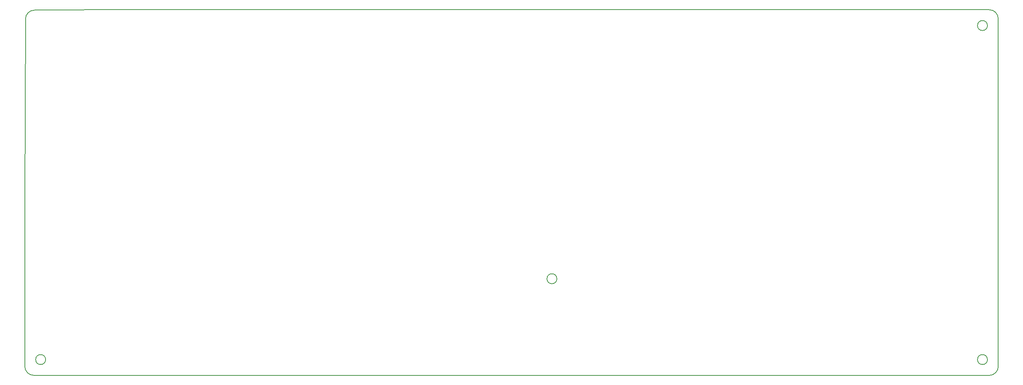
<source format=gbr>
G04 #@! TF.GenerationSoftware,KiCad,Pcbnew,(5.1.0-0)*
G04 #@! TF.CreationDate,2019-06-07T13:15:32+08:00*
G04 #@! TF.ProjectId,BottomPlate,426f7474-6f6d-4506-9c61-74652e6b6963,rev?*
G04 #@! TF.SameCoordinates,Original*
G04 #@! TF.FileFunction,Profile,NP*
%FSLAX46Y46*%
G04 Gerber Fmt 4.6, Leading zero omitted, Abs format (unit mm)*
G04 Created by KiCad (PCBNEW (5.1.0-0)) date 2019-06-07 13:15:32*
%MOMM*%
%LPD*%
G04 APERTURE LIST*
%ADD10C,0.150000*%
%ADD11C,0.200000*%
G04 APERTURE END LIST*
D10*
X31765750Y-40862680D02*
X53622750Y-40775500D01*
X29622750Y-82775500D02*
X29765750Y-42862680D01*
D11*
X242579951Y-44272569D02*
G75*
G03X242579951Y-44272569I-1100000J0D01*
G01*
X34219529Y-118091823D02*
G75*
G03X34219529Y-118091823I-1100000J0D01*
G01*
X242580390Y-118091746D02*
G75*
G03X242580390Y-118091746I-1100000J0D01*
G01*
X147329551Y-100231877D02*
G75*
G03X147329551Y-100231877I-1100000J0D01*
G01*
X29765750Y-42862680D02*
G75*
G02X31765750Y-40862680I2000000J0D01*
G01*
X242976750Y-40775500D02*
X53622750Y-40775500D01*
X242976750Y-40775500D02*
G75*
G02X244976750Y-42775500I0J-2000000D01*
G01*
X244976750Y-119588500D02*
G75*
G02X242976750Y-121588500I-2000000J0D01*
G01*
X31622750Y-121588500D02*
X242976750Y-121588500D01*
X244976750Y-119588500D02*
X244976750Y-42775500D01*
X29622750Y-82775500D02*
X29622750Y-119588500D01*
X31622750Y-121588500D02*
G75*
G02X29622750Y-119588500I0J2000000D01*
G01*
M02*

</source>
